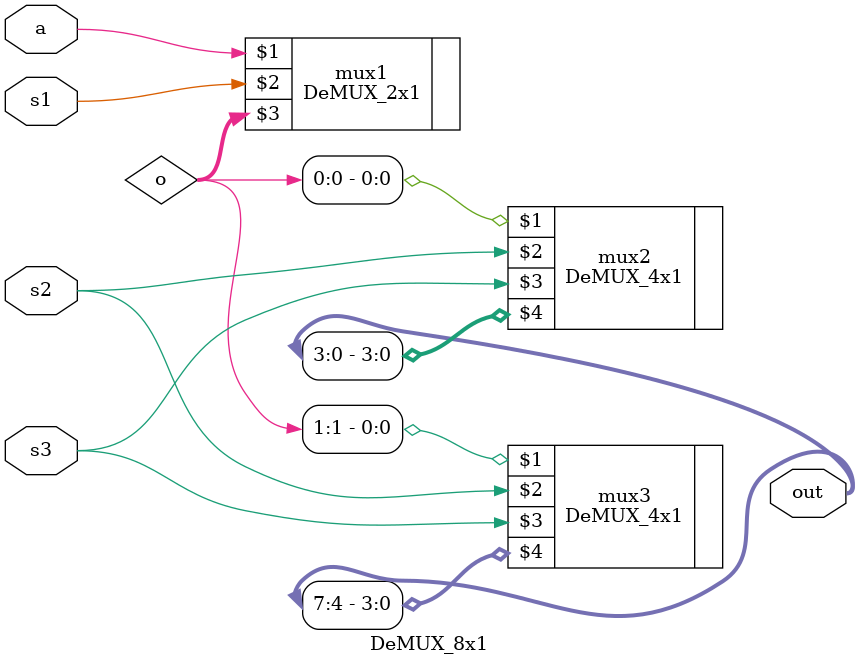
<source format=v>
`include "1x2_DeMUX.v"
`include "1x4_DeMUX.v"


module DeMUX_8x1 (a,s1,s2,s3,out);
output [7:0] out;
input a;
input s1,s2,s3;
wire [1:0] o;
  
  DeMUX_2x1 mux1(a,s1,o);
  
  DeMUX_4x1 mux2(o[0],s2,s3,out[3:0]);
  DeMUX_4x1 mux3(o[1],s2,s3,out[7:4]);
  
  
endmodule

</source>
